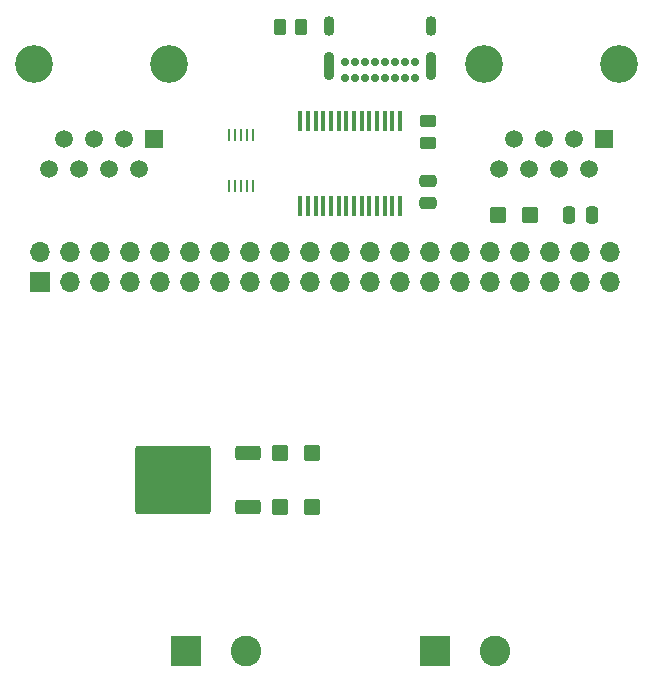
<source format=gts>
%TF.GenerationSoftware,KiCad,Pcbnew,8.0.4*%
%TF.CreationDate,2024-08-23T02:19:48+01:00*%
%TF.ProjectId,PicoChainZero,5069636f-4368-4616-996e-5a65726f2e6b,v1.1*%
%TF.SameCoordinates,Original*%
%TF.FileFunction,Soldermask,Top*%
%TF.FilePolarity,Negative*%
%FSLAX46Y46*%
G04 Gerber Fmt 4.6, Leading zero omitted, Abs format (unit mm)*
G04 Created by KiCad (PCBNEW 8.0.4) date 2024-08-23 02:19:48*
%MOMM*%
%LPD*%
G01*
G04 APERTURE LIST*
G04 Aperture macros list*
%AMRoundRect*
0 Rectangle with rounded corners*
0 $1 Rounding radius*
0 $2 $3 $4 $5 $6 $7 $8 $9 X,Y pos of 4 corners*
0 Add a 4 corners polygon primitive as box body*
4,1,4,$2,$3,$4,$5,$6,$7,$8,$9,$2,$3,0*
0 Add four circle primitives for the rounded corners*
1,1,$1+$1,$2,$3*
1,1,$1+$1,$4,$5*
1,1,$1+$1,$6,$7*
1,1,$1+$1,$8,$9*
0 Add four rect primitives between the rounded corners*
20,1,$1+$1,$2,$3,$4,$5,0*
20,1,$1+$1,$4,$5,$6,$7,0*
20,1,$1+$1,$6,$7,$8,$9,0*
20,1,$1+$1,$8,$9,$2,$3,0*%
G04 Aperture macros list end*
%ADD10RoundRect,0.250000X-0.250000X-0.475000X0.250000X-0.475000X0.250000X0.475000X-0.250000X0.475000X0*%
%ADD11R,0.250000X1.100000*%
%ADD12R,2.600000X2.600000*%
%ADD13C,2.600000*%
%ADD14RoundRect,0.250000X-0.450000X0.262500X-0.450000X-0.262500X0.450000X-0.262500X0.450000X0.262500X0*%
%ADD15RoundRect,0.250000X0.450000X0.425000X-0.450000X0.425000X-0.450000X-0.425000X0.450000X-0.425000X0*%
%ADD16C,3.200000*%
%ADD17R,1.500000X1.500000*%
%ADD18C,1.500000*%
%ADD19RoundRect,0.250000X-0.450000X-0.425000X0.450000X-0.425000X0.450000X0.425000X-0.450000X0.425000X0*%
%ADD20RoundRect,0.250000X0.262500X0.450000X-0.262500X0.450000X-0.262500X-0.450000X0.262500X-0.450000X0*%
%ADD21R,0.450000X1.750000*%
%ADD22RoundRect,0.250000X0.475000X-0.250000X0.475000X0.250000X-0.475000X0.250000X-0.475000X-0.250000X0*%
%ADD23R,1.700000X1.700000*%
%ADD24O,1.700000X1.700000*%
%ADD25C,0.700000*%
%ADD26O,0.900000X2.400000*%
%ADD27O,0.900000X1.700000*%
%ADD28RoundRect,0.250000X0.850000X0.350000X-0.850000X0.350000X-0.850000X-0.350000X0.850000X-0.350000X0*%
%ADD29RoundRect,0.249997X2.950003X2.650003X-2.950003X2.650003X-2.950003X-2.650003X2.950003X-2.650003X0*%
G04 APERTURE END LIST*
D10*
%TO.C,C4*%
X149865000Y-57785000D03*
X151765000Y-57785000D03*
%TD*%
D11*
%TO.C,U2*%
X121095000Y-55335000D03*
X121595000Y-55335000D03*
X122095000Y-55335000D03*
X122595000Y-55335000D03*
X123095000Y-55335000D03*
X123095000Y-51035000D03*
X122595000Y-51035000D03*
X122095000Y-51035000D03*
X121595000Y-51035000D03*
X121095000Y-51035000D03*
%TD*%
D12*
%TO.C,J6*%
X117455000Y-94765000D03*
D13*
X122535000Y-94765000D03*
%TD*%
D14*
%TO.C,R2*%
X137922000Y-49887500D03*
X137922000Y-51712500D03*
%TD*%
D15*
%TO.C,C5*%
X146511000Y-57785000D03*
X143811000Y-57785000D03*
%TD*%
D16*
%TO.C,J1*%
X116014500Y-45046000D03*
X104584500Y-45046000D03*
D17*
X114744500Y-51396000D03*
D18*
X113474500Y-53936000D03*
X112204500Y-51396000D03*
X110934500Y-53936000D03*
X109664500Y-51396000D03*
X108394500Y-53936000D03*
X107124500Y-51396000D03*
X105854500Y-53936000D03*
%TD*%
D19*
%TO.C,C1*%
X125353000Y-82531000D03*
X128053000Y-82531000D03*
%TD*%
D20*
%TO.C,R1*%
X127185500Y-41910000D03*
X125360500Y-41910000D03*
%TD*%
D19*
%TO.C,C2*%
X125353000Y-77959000D03*
X128053000Y-77959000D03*
%TD*%
D21*
%TO.C,U3*%
X127093000Y-57067000D03*
X127743000Y-57067000D03*
X128393000Y-57067000D03*
X129043000Y-57067000D03*
X129693000Y-57067000D03*
X130343000Y-57067000D03*
X130993000Y-57067000D03*
X131643000Y-57067000D03*
X132293000Y-57067000D03*
X132943000Y-57067000D03*
X133593000Y-57067000D03*
X134243000Y-57067000D03*
X134893000Y-57067000D03*
X135543000Y-57067000D03*
X135543000Y-49867000D03*
X134893000Y-49867000D03*
X134243000Y-49867000D03*
X133593000Y-49867000D03*
X132943000Y-49867000D03*
X132293000Y-49867000D03*
X131643000Y-49867000D03*
X130993000Y-49867000D03*
X130343000Y-49867000D03*
X129693000Y-49867000D03*
X129043000Y-49867000D03*
X128393000Y-49867000D03*
X127743000Y-49867000D03*
X127093000Y-49867000D03*
%TD*%
D22*
%TO.C,C3*%
X137922000Y-56830000D03*
X137922000Y-54930000D03*
%TD*%
D23*
%TO.C,J5*%
X105077000Y-63472000D03*
D24*
X105077000Y-60932000D03*
X107617000Y-63472000D03*
X107617000Y-60932000D03*
X110157000Y-63472000D03*
X110157000Y-60932000D03*
X112697000Y-63472000D03*
X112697000Y-60932000D03*
X115237000Y-63472000D03*
X115237000Y-60932000D03*
X117777000Y-63472000D03*
X117777000Y-60932000D03*
X120317000Y-63472000D03*
X120317000Y-60932000D03*
X122857000Y-63472000D03*
X122857000Y-60932000D03*
X125397000Y-63472000D03*
X125397000Y-60932000D03*
X127937000Y-63472000D03*
X127937000Y-60932000D03*
X130477000Y-63472000D03*
X130477000Y-60932000D03*
X133017000Y-63472000D03*
X133017000Y-60932000D03*
X135557000Y-63472000D03*
X135557000Y-60932000D03*
X138097000Y-63472000D03*
X138097000Y-60932000D03*
X140637000Y-63472000D03*
X140637000Y-60932000D03*
X143177000Y-63472000D03*
X143177000Y-60932000D03*
X145717000Y-63472000D03*
X145717000Y-60932000D03*
X148257000Y-63472000D03*
X148257000Y-60932000D03*
X150797000Y-63472000D03*
X150797000Y-60932000D03*
X153337000Y-63472000D03*
X153337000Y-60932000D03*
%TD*%
D12*
%TO.C,J4*%
X138455000Y-94765000D03*
D13*
X143535000Y-94765000D03*
%TD*%
D25*
%TO.C,J7*%
X136789000Y-46189000D03*
X135939000Y-46189000D03*
X135089000Y-46189000D03*
X134239000Y-46189000D03*
X133389000Y-46189000D03*
X132539000Y-46189000D03*
X131689000Y-46189000D03*
X130839000Y-46189000D03*
X130839000Y-44839000D03*
X131689000Y-44839000D03*
X132539000Y-44839000D03*
X133389000Y-44839000D03*
X134239000Y-44839000D03*
X135089000Y-44839000D03*
X135939000Y-44839000D03*
X136789000Y-44839000D03*
D26*
X138139000Y-45209000D03*
D27*
X138139000Y-41829000D03*
D26*
X129489000Y-45209000D03*
D27*
X129489000Y-41829000D03*
%TD*%
D16*
%TO.C,J2*%
X154114500Y-45046000D03*
X142684500Y-45046000D03*
D17*
X152844500Y-51396000D03*
D18*
X151574500Y-53936000D03*
X150304500Y-51396000D03*
X149034500Y-53936000D03*
X147764500Y-51396000D03*
X146494500Y-53936000D03*
X145224500Y-51396000D03*
X143954500Y-53936000D03*
%TD*%
D28*
%TO.C,U1*%
X122642000Y-82544000D03*
D29*
X116342000Y-80264000D03*
D28*
X122642000Y-77984000D03*
%TD*%
M02*

</source>
